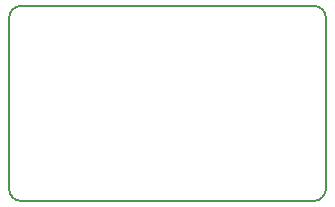
<source format=gm1>
G04 #@! TF.GenerationSoftware,KiCad,Pcbnew,8.0.2*
G04 #@! TF.CreationDate,2024-05-22T23:10:01-04:00*
G04 #@! TF.ProjectId,BoostConverter-TLV61070ADBVR,426f6f73-7443-46f6-9e76-65727465722d,rev?*
G04 #@! TF.SameCoordinates,Original*
G04 #@! TF.FileFunction,Profile,NP*
%FSLAX46Y46*%
G04 Gerber Fmt 4.6, Leading zero omitted, Abs format (unit mm)*
G04 Created by KiCad (PCBNEW 8.0.2) date 2024-05-22 23:10:01*
%MOMM*%
%LPD*%
G01*
G04 APERTURE LIST*
G04 #@! TA.AperFunction,Profile*
%ADD10C,0.200000*%
G04 #@! TD*
G04 APERTURE END LIST*
D10*
X131309200Y-85090000D02*
X106500000Y-85090000D01*
X106500000Y-68580000D02*
X131309200Y-68580000D01*
X105500000Y-84090000D02*
X105500000Y-69580000D01*
X132309200Y-69580000D02*
X132309200Y-84090000D01*
X132309200Y-84090000D02*
G75*
G02*
X131309200Y-85090000I-1000000J0D01*
G01*
X105500000Y-69580000D02*
G75*
G02*
X106500000Y-68580000I1000000J0D01*
G01*
X106500000Y-85090000D02*
G75*
G02*
X105500000Y-84090000I0J1000000D01*
G01*
X131309200Y-68580000D02*
G75*
G02*
X132309200Y-69580000I0J-1000000D01*
G01*
M02*

</source>
